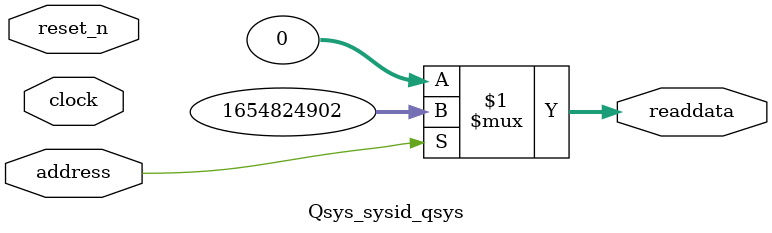
<source format=v>



// synthesis translate_off
`timescale 1ns / 1ps
// synthesis translate_on

// turn off superfluous verilog processor warnings 
// altera message_level Level1 
// altera message_off 10034 10035 10036 10037 10230 10240 10030 

module Qsys_sysid_qsys (
               // inputs:
                address,
                clock,
                reset_n,

               // outputs:
                readdata
             )
;

  output  [ 31: 0] readdata;
  input            address;
  input            clock;
  input            reset_n;

  wire    [ 31: 0] readdata;
  //control_slave, which is an e_avalon_slave
  assign readdata = address ? 1654824902 : 0;

endmodule



</source>
